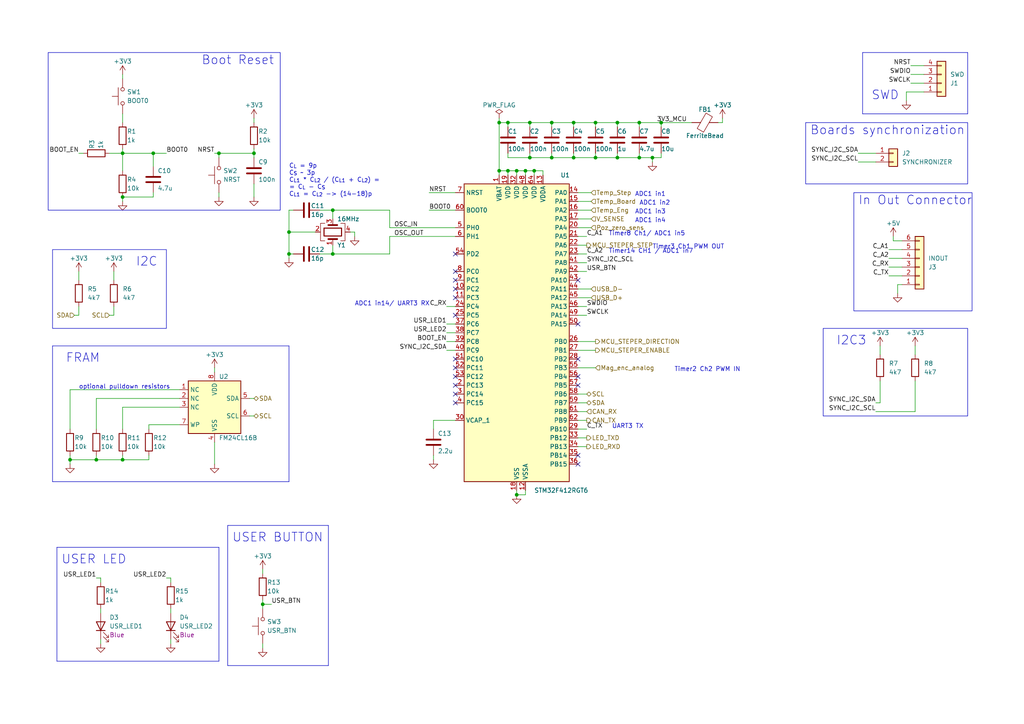
<source format=kicad_sch>
(kicad_sch (version 20230121) (generator eeschema)
  (paper "A4")
  (title_block (title "STM32 MCU") (date "2023-12-25") (rev "0.1") (company "Patryk Dudziński"))
  (lib_symbols
    (symbol "Connector_Generic:Conn_01x02" (pin_names (offset 1.016) hide)
      (property "Reference" "J" (at 0 2.54 0))
      (property "Value" "Conn_01x02" (at 0 -5.08 0))
      (symbol "Conn_01x02_1_1"
        (rectangle (start -1.27 -2.413) (end 0 -2.667) (stroke (width 0.1524)))
        (rectangle (start -1.27 0.127) (end 0 -0.127) (stroke (width 0.1524)))
        (rectangle (start -1.27 1.27) (end 1.27 -3.81) (stroke (width 0.254)) (fill (type background)))
        (pin passive line (at -5.08 0 0) (length 3.81) (name "Pin_1") (number "1"))
        (pin passive line (at -5.08 -2.54 0) (length 3.81) (name "Pin_2") (number "2"))
      )
    )
    (symbol "Connector_Generic:Conn_01x04" (pin_names (offset 1.016) hide)
      (property "Reference" "J" (at 0 5.08 0))
      (property "Value" "Conn_01x04" (at 0 -7.62 0))
      (symbol "Conn_01x04_1_1"
        (rectangle (start -1.27 -4.953) (end 0 -5.207) (stroke (width 0.1524)))
        (rectangle (start -1.27 -2.413) (end 0 -2.667) (stroke (width 0.1524)))
        (rectangle (start -1.27 0.127) (end 0 -0.127) (stroke (width 0.1524)))
        (rectangle (start -1.27 2.667) (end 0 2.413) (stroke (width 0.1524)))
        (rectangle (start -1.27 3.81) (end 1.27 -6.35) (stroke (width 0.254)) (fill (type background)))
        (pin passive line (at -5.08 2.54 0) (length 3.81) (name "Pin_1") (number "1"))
        (pin passive line (at -5.08 0 0) (length 3.81) (name "Pin_2") (number "2"))
        (pin passive line (at -5.08 -2.54 0) (length 3.81) (name "Pin_3") (number "3"))
        (pin passive line (at -5.08 -5.08 0) (length 3.81) (name "Pin_4") (number "4"))
      )
    )
    (symbol "Connector_Generic:Conn_01x06" (pin_names (offset 1.016) hide)
      (property "Reference" "J" (at 0 7.62 0))
      (property "Value" "Conn_01x06" (at 0 -10.16 0))
      (symbol "Conn_01x06_1_1"
        (rectangle (start -1.27 -7.493) (end 0 -7.747) (stroke (width 0.1524)))
        (rectangle (start -1.27 -4.953) (end 0 -5.207) (stroke (width 0.1524)))
        (rectangle (start -1.27 -2.413) (end 0 -2.667) (stroke (width 0.1524)))
        (rectangle (start -1.27 0.127) (end 0 -0.127) (stroke (width 0.1524)))
        (rectangle (start -1.27 2.667) (end 0 2.413) (stroke (width 0.1524)))
        (rectangle (start -1.27 5.207) (end 0 4.953) (stroke (width 0.1524)))
        (rectangle (start -1.27 6.35) (end 1.27 -8.89) (stroke (width 0.254)) (fill (type background)))
        (pin passive line (at -5.08 5.08 0) (length 3.81) (name "Pin_1") (number "1"))
        (pin passive line (at -5.08 2.54 0) (length 3.81) (name "Pin_2") (number "2"))
        (pin passive line (at -5.08 0 0) (length 3.81) (name "Pin_3") (number "3"))
        (pin passive line (at -5.08 -2.54 0) (length 3.81) (name "Pin_4") (number "4"))
        (pin passive line (at -5.08 -5.08 0) (length 3.81) (name "Pin_5") (number "5"))
        (pin passive line (at -5.08 -7.62 0) (length 3.81) (name "Pin_6") (number "6"))
      )
    )
    (symbol "Device:C" (pin_numbers hide) (pin_names (offset 0.254))
      (property "Reference" "C" (at 0.635 2.54 0))
      (property "Value" "C" (at 0.635 -2.54 0))
      (symbol "C_0_1"
        (polyline (pts (xy -2.032 -0.762) (xy 2.032 -0.762)) (stroke (width 0.508)))
        (polyline (pts (xy -2.032 0.762) (xy 2.032 0.762)) (stroke (width 0.508)))
      )
      (symbol "C_1_1"
        (pin passive line (at 0 3.81 270) (length 2.794) (name "~") (number "1"))
        (pin passive line (at 0 -3.81 90) (length 2.794) (name "~") (number "2"))
      )
    )
    (symbol "Device:Crystal_GND24" (pin_names (offset 1.016) hide)
      (property "Reference" "Y" (at 3.175 5.08 0))
      (property "Value" "Crystal_GND24" (at 3.175 3.175 0))
      (symbol "Crystal_GND24_0_1"
        (rectangle (start -1.143 2.54) (end 1.143 -2.54) (stroke (width 0.3048)))
        (polyline (pts (xy -2.54 0) (xy -2.032 0)))
        (polyline (pts (xy -2.032 -1.27) (xy -2.032 1.27)) (stroke (width 0.508)))
        (polyline (pts (xy 0 -3.81) (xy 0 -3.556)))
        (polyline (pts (xy 0 3.556) (xy 0 3.81)))
        (polyline (pts (xy 2.032 -1.27) (xy 2.032 1.27)) (stroke (width 0.508)))
        (polyline (pts (xy 2.032 0) (xy 2.54 0)))
        (polyline (pts (xy -2.54 -2.286) (xy -2.54 -3.556) (xy 2.54 -3.556) (xy 2.54 -2.286)))
        (polyline (pts (xy -2.54 2.286) (xy -2.54 3.556) (xy 2.54 3.556) (xy 2.54 2.286)))
      )
      (symbol "Crystal_GND24_1_1"
        (pin passive line (at -3.81 0 0) (length 1.27) (name "1") (number "1"))
        (pin passive line (at 0 5.08 270) (length 1.27) (name "2") (number "2"))
        (pin passive line (at 3.81 0 180) (length 1.27) (name "3") (number "3"))
        (pin passive line (at 0 -5.08 90) (length 1.27) (name "4") (number "4"))
      )
    )
    (symbol "Device:FerriteBead" (pin_numbers hide) (pin_names (offset 0))
      (property "Reference" "FB" (at -3.81 0.635 90))
      (property "Value" "FerriteBead" (at 3.81 0 90))
      (symbol "FerriteBead_0_1"
        (polyline (pts (xy 0 -1.27) (xy 0 -1.2192)))
        (polyline (pts (xy 0 1.27) (xy 0 1.2954)))
        (polyline (pts (xy -2.7686 0.4064) (xy -1.7018 2.2606) (xy 2.7686 -0.3048) (xy 1.6764 -2.159) (xy -2.7686 0.4064)))
      )
      (symbol "FerriteBead_1_1"
        (pin passive line (at 0 3.81 270) (length 2.54) (name "~") (number "1"))
        (pin passive line (at 0 -3.81 90) (length 2.54) (name "~") (number "2"))
      )
    )
    (symbol "Device:LED" (pin_numbers hide) (pin_names (offset 1.016) hide)
      (property "Reference" "D" (at 0 2.54 0))
      (property "Value" "LED" (at 0 -2.54 0))
      (symbol "LED_0_1"
        (polyline (pts (xy -1.27 -1.27) (xy -1.27 1.27)) (stroke (width 0.254)))
        (polyline (pts (xy -1.27 0) (xy 1.27 0)))
        (polyline (pts (xy 1.27 -1.27) (xy 1.27 1.27) (xy -1.27 0) (xy 1.27 -1.27)) (stroke (width 0.254)))
        (polyline (pts (xy -3.048 -0.762) (xy -4.572 -2.286) (xy -3.81 -2.286) (xy -4.572 -2.286) (xy -4.572 -1.524)))
        (polyline (pts (xy -1.778 -0.762) (xy -3.302 -2.286) (xy -2.54 -2.286) (xy -3.302 -2.286) (xy -3.302 -1.524)))
      )
      (symbol "LED_1_1"
        (pin passive line (at -3.81 0 0) (length 2.54) (name "K") (number "1"))
        (pin passive line (at 3.81 0 180) (length 2.54) (name "A") (number "2"))
      )
    )
    (symbol "Device:R" (pin_numbers hide) (pin_names (offset 0))
      (property "Reference" "R" (at 2.032 0 90))
      (property "Value" "R" (at 0 0 90))
      (symbol "R_0_1"
        (rectangle (start -1.016 -2.54) (end 1.016 2.54) (stroke (width 0.254)))
      )
      (symbol "R_1_1"
        (pin passive line (at 0 3.81 270) (length 1.27) (name "~") (number "1"))
        (pin passive line (at 0 -3.81 90) (length 1.27) (name "~") (number "2"))
      )
    )
    (symbol "GND_1" (power) (pin_names (offset 0))
      (property "Value" "GND_1" (at 0 -3.81 0))
      (symbol "GND_1_0_1"
        (polyline (pts (xy 0 0) (xy 0 -1.27) (xy 1.27 -1.27) (xy 0 -2.54) (xy -1.27 -1.27) (xy 0 -1.27)))
      )
      (symbol "GND_1_1_1"
        (pin power_in line (at 0 0 270) (length 0) hide (name "GND") (number "1"))
      )
    )
    (symbol "MCU_ST_STM32F4:STM32F412RGTx"
      (property "Reference" "U" (at -15.24 44.45 0))
      (property "Value" "STM32F412RGTx" (at 10.16 44.45 0))
      (symbol "STM32F412RGTx_0_1"
        (rectangle (start -15.24 -43.18) (end 15.24 43.18) (stroke (width 0.254)) (fill (type background)))
      )
      (symbol "STM32F412RGTx_1_1"
        (pin power_in line (at -5.08 45.72 270) (length 2.54) (name "VBAT") (number "1"))
        (pin bidirectional line (at -17.78 12.7 0) (length 2.54) (name "PC2") (number "10"))
        (pin bidirectional line (at -17.78 10.16 0) (length 2.54) (name "PC3") (number "11"))
        (pin power_in line (at 2.54 -45.72 90) (length 2.54) (name "VSSA") (number "12"))
        (pin power_in line (at 7.62 45.72 270) (length 2.54) (name "VDDA") (number "13"))
        (pin bidirectional line (at 17.78 40.64 180) (length 2.54) (name "PA0") (number "14"))
        (pin bidirectional line (at 17.78 38.1 180) (length 2.54) (name "PA1") (number "15"))
        (pin bidirectional line (at 17.78 35.56 180) (length 2.54) (name "PA2") (number "16"))
        (pin bidirectional line (at 17.78 33.02 180) (length 2.54) (name "PA3") (number "17"))
        (pin power_in line (at 0 -45.72 90) (length 2.54) (name "VSS") (number "18"))
        (pin power_in line (at -2.54 45.72 270) (length 2.54) (name "VDD") (number "19"))
        (pin bidirectional line (at -17.78 -15.24 0) (length 2.54) (name "PC13") (number "2"))
        (pin bidirectional line (at 17.78 30.48 180) (length 2.54) (name "PA4") (number "20"))
        (pin bidirectional line (at 17.78 27.94 180) (length 2.54) (name "PA5") (number "21"))
        (pin bidirectional line (at 17.78 25.4 180) (length 2.54) (name "PA6") (number "22"))
        (pin bidirectional line (at 17.78 22.86 180) (length 2.54) (name "PA7") (number "23"))
        (pin bidirectional line (at -17.78 7.62 0) (length 2.54) (name "PC4") (number "24"))
        (pin bidirectional line (at -17.78 5.08 0) (length 2.54) (name "PC5") (number "25"))
        (pin bidirectional line (at 17.78 -2.54 180) (length 2.54) (name "PB0") (number "26"))
        (pin bidirectional line (at 17.78 -5.08 180) (length 2.54) (name "PB1") (number "27"))
        (pin bidirectional line (at 17.78 -7.62 180) (length 2.54) (name "PB2") (number "28"))
        (pin bidirectional line (at 17.78 -27.94 180) (length 2.54) (name "PB10") (number "29"))
        (pin bidirectional line (at -17.78 -17.78 0) (length 2.54) (name "PC14") (number "3"))
        (pin power_out line (at -17.78 -25.4 0) (length 2.54) (name "VCAP_1") (number "30"))
        (pin passive line (at 0 -45.72 90) (length 2.54) hide (name "VSS") (number "31"))
        (pin power_in line (at 0 45.72 270) (length 2.54) (name "VDD") (number "32"))
        (pin bidirectional line (at 17.78 -30.48 180) (length 2.54) (name "PB12") (number "33"))
        (pin bidirectional line (at 17.78 -33.02 180) (length 2.54) (name "PB13") (number "34"))
        (pin bidirectional line (at 17.78 -35.56 180) (length 2.54) (name "PB14") (number "35"))
        (pin bidirectional line (at 17.78 -38.1 180) (length 2.54) (name "PB15") (number "36"))
        (pin bidirectional line (at -17.78 2.54 0) (length 2.54) (name "PC6") (number "37"))
        (pin bidirectional line (at -17.78 0 0) (length 2.54) (name "PC7") (number "38"))
        (pin bidirectional line (at -17.78 -2.54 0) (length 2.54) (name "PC8") (number "39"))
        (pin bidirectional line (at -17.78 -20.32 0) (length 2.54) (name "PC15") (number "4"))
        (pin bidirectional line (at -17.78 -5.08 0) (length 2.54) (name "PC9") (number "40"))
        (pin bidirectional line (at 17.78 20.32 180) (length 2.54) (name "PA8") (number "41"))
        (pin bidirectional line (at 17.78 17.78 180) (length 2.54) (name "PA9") (number "42"))
        (pin bidirectional line (at 17.78 15.24 180) (length 2.54) (name "PA10") (number "43"))
        (pin bidirectional line (at 17.78 12.7 180) (length 2.54) (name "PA11") (number "44"))
        (pin bidirectional line (at 17.78 10.16 180) (length 2.54) (name "PA12") (number "45"))
        (pin bidirectional line (at 17.78 7.62 180) (length 2.54) (name "PA13") (number "46"))
        (pin passive line (at 0 -45.72 90) (length 2.54) hide (name "VSS") (number "47"))
        (pin power_in line (at 2.54 45.72 270) (length 2.54) (name "VDD") (number "48"))
        (pin bidirectional line (at 17.78 5.08 180) (length 2.54) (name "PA14") (number "49"))
        (pin bidirectional line (at -17.78 30.48 0) (length 2.54) (name "PH0") (number "5"))
        (pin bidirectional line (at 17.78 2.54 180) (length 2.54) (name "PA15") (number "50"))
        (pin bidirectional line (at -17.78 -7.62 0) (length 2.54) (name "PC10") (number "51"))
        (pin bidirectional line (at -17.78 -10.16 0) (length 2.54) (name "PC11") (number "52"))
        (pin bidirectional line (at -17.78 -12.7 0) (length 2.54) (name "PC12") (number "53"))
        (pin bidirectional line (at -17.78 22.86 0) (length 2.54) (name "PD2") (number "54"))
        (pin bidirectional line (at 17.78 -10.16 180) (length 2.54) (name "PB3") (number "55"))
        (pin bidirectional line (at 17.78 -12.7 180) (length 2.54) (name "PB4") (number "56"))
        (pin bidirectional line (at 17.78 -15.24 180) (length 2.54) (name "PB5") (number "57"))
        (pin bidirectional line (at 17.78 -17.78 180) (length 2.54) (name "PB6") (number "58"))
        (pin bidirectional line (at 17.78 -20.32 180) (length 2.54) (name "PB7") (number "59"))
        (pin bidirectional line (at -17.78 27.94 0) (length 2.54) (name "PH1") (number "6"))
        (pin input line (at -17.78 35.56 0) (length 2.54) (name "BOOT0") (number "60"))
        (pin bidirectional line (at 17.78 -22.86 180) (length 2.54) (name "PB8") (number "61"))
        (pin bidirectional line (at 17.78 -25.4 180) (length 2.54) (name "PB9") (number "62"))
        (pin passive line (at 0 -45.72 90) (length 2.54) hide (name "VSS") (number "63"))
        (pin power_in line (at 5.08 45.72 270) (length 2.54) (name "VDD") (number "64"))
        (pin input line (at -17.78 40.64 0) (length 2.54) (name "NRST") (number "7"))
        (pin bidirectional line (at -17.78 17.78 0) (length 2.54) (name "PC0") (number "8"))
        (pin bidirectional line (at -17.78 15.24 0) (length 2.54) (name "PC1") (number "9"))
      )
    )
    (symbol "Switch:SW_Push" (pin_numbers hide) (pin_names (offset 1.016) hide)
      (property "Reference" "SW" (at 1.27 2.54 0))
      (property "Value" "SW_Push" (at 0 -1.524 0))
      (symbol "SW_Push_0_1"
        (circle (center -2.032 0) (radius 0.508))
        (polyline (pts (xy 0 1.27) (xy 0 3.048)))
        (polyline (pts (xy 2.54 1.27) (xy -2.54 1.27)))
        (circle (center 2.032 0) (radius 0.508))
        (pin passive line (at -5.08 0 0) (length 2.54) (name "1") (number "1"))
        (pin passive line (at 5.08 0 180) (length 2.54) (name "2") (number "2"))
      )
    )
    (symbol "custom_symbols:FM24CL16B"
      (property "Reference" "U" (at 6.35 11.43 0))
      (property "Value" "FM24CL16B" (at 6.35 8.89 0))
      (symbol "FM24CL16B_0_1"
        (rectangle (start -7.62 7.62) (end 7.62 -7.62) (stroke (width 0.254)) (fill (type background)))
      )
      (symbol "FM24CL16B_1_1"
        (pin unspecified line (at -10.16 5.08 0) (length 2.54) (name "NC") (number "1"))
        (pin unspecified line (at -10.16 2.54 0) (length 2.54) (name "NC") (number "2"))
        (pin unspecified line (at -10.16 0 0) (length 2.54) (name "NC") (number "3"))
        (pin power_in line (at 0 -10.16 90) (length 2.54) (name "VSS") (number "4"))
        (pin bidirectional line (at 10.16 2.54 180) (length 2.54) (name "SDA") (number "5"))
        (pin input line (at 10.16 -2.54 180) (length 2.54) (name "SCL") (number "6"))
        (pin input line (at -10.16 -5.08 0) (length 2.54) (name "WP") (number "7"))
        (pin power_in line (at 0 10.16 270) (length 2.54) (name "VDD") (number "8"))
      )
    )
    (symbol "power:+3V3" (power) (pin_names (offset 0))
      (property "Value" "+3V3" (at 0 3.556 0))
      (symbol "+3V3_0_1"
        (polyline (pts (xy -0.762 1.27) (xy 0 2.54)))
        (polyline (pts (xy 0 0) (xy 0 2.54)))
        (polyline (pts (xy 0 2.54) (xy 0.762 1.27)))
      )
      (symbol "+3V3_1_1"
        (pin power_in line (at 0 0 90) (length 0) hide (name "+3V3") (number "1"))
      )
    )
    (symbol "power:+5V" (power) (pin_names (offset 0))
      (property "Value" "+5V" (at 0 3.556 0))
      (symbol "+5V_0_1"
        (polyline (pts (xy -0.762 1.27) (xy 0 2.54)))
        (polyline (pts (xy 0 0) (xy 0 2.54)))
        (polyline (pts (xy 0 2.54) (xy 0.762 1.27)))
      )
      (symbol "+5V_1_1"
        (pin power_in line (at 0 0 90) (length 0) hide (name "+5V") (number "1"))
      )
    )
    (symbol "power:GND" (power) (pin_names (offset 0))
      (property "Value" "GND" (at 0 -3.81 0))
      (symbol "GND_0_1"
        (polyline (pts (xy 0 0) (xy 0 -1.27) (xy 1.27 -1.27) (xy 0 -2.54) (xy -1.27 -1.27) (xy 0 -1.27)))
      )
      (symbol "GND_1_1"
        (pin power_in line (at 0 0 270) (length 0) hide (name "GND") (number "1"))
      )
    )
    (symbol "power:PWR_FLAG" (power) (pin_numbers hide) (pin_names (offset 0) hide)
      (property "Value" "PWR_FLAG" (at 0 3.81 0))
      (symbol "PWR_FLAG_0_0"
        (pin power_out line (at 0 0 90) (length 0) (name "pwr") (number "1"))
      )
      (symbol "PWR_FLAG_0_1"
        (polyline (pts (xy 0 0) (xy 0 1.27) (xy -1.016 1.905) (xy 0 2.54) (xy 1.016 1.905) (xy 0 1.27)))
      )
    )
  )
  (junction (at 63.5 44.45))
  (junction (at 35.56 133.35))
  (junction (at 172.72 45.72))
  (junction (at 147.32 35.56))
  (junction (at 149.86 49.53))
  (junction (at 83.82 73.66))
  (junction (at 189.23 45.72))
  (junction (at 191.77 35.56))
  (junction (at 35.56 44.45))
  (junction (at 153.67 35.56))
  (junction (at 149.86 143.51))
  (junction (at 185.42 45.72))
  (junction (at 96.52 73.66))
  (junction (at 144.78 35.56))
  (junction (at 160.02 45.72))
  (junction (at 35.56 57.15))
  (junction (at 172.72 35.56))
  (junction (at 144.78 49.53))
  (junction (at 166.37 45.72))
  (junction (at 44.45 44.45))
  (junction (at 76.2 175.26))
  (junction (at 20.32 133.35))
  (junction (at 152.4 49.53))
  (junction (at 147.32 49.53))
  (junction (at 154.94 49.53))
  (junction (at 160.02 35.56))
  (junction (at 83.82 67.31))
  (junction (at 166.37 35.56))
  (junction (at 179.07 35.56))
  (junction (at 185.42 35.56))
  (junction (at 96.52 60.96))
  (junction (at 153.67 45.72))
  (junction (at 179.07 45.72))
  (junction (at 27.94 133.35))
  (junction (at 73.66 44.45))
  (no_connect (at 132.08 86.36))
  (no_connect (at 132.08 81.28))
  (no_connect (at 132.08 91.44))
  (no_connect (at 167.64 104.14))
  (no_connect (at 132.08 109.22))
  (no_connect (at 132.08 114.3))
  (no_connect (at 167.64 134.62))
  (no_connect (at 167.64 111.76))
  (no_connect (at 132.08 73.66))
  (no_connect (at 132.08 111.76))
  (no_connect (at 167.64 93.98))
  (no_connect (at 132.08 78.74))
  (no_connect (at 132.08 83.82))
  (no_connect (at 167.64 132.08))
  (no_connect (at 132.08 116.84))
  (no_connect (at 167.64 109.22))
  (no_connect (at 132.08 106.68))
  (no_connect (at 132.08 104.14))
  (no_connect (at 167.64 81.28))
  (wire (pts (xy 73.66 35.56) (xy 73.66 34.29)))
  (wire (pts (xy 166.37 35.56) (xy 172.72 35.56)))
  (wire (pts (xy 113.03 68.58) (xy 132.08 68.58)))
  (wire (pts (xy 167.64 106.68) (xy 172.72 106.68)))
  (wire (pts (xy 166.37 45.72) (xy 172.72 45.72)))
  (polyline (pts (xy 16.51 191.77) (xy 63.5 191.77)))
  (wire (pts (xy 166.37 44.45) (xy 166.37 45.72)))
  (wire (pts (xy 261.62 82.55) (xy 260.35 82.55)))
  (wire (pts (xy 179.07 35.56) (xy 185.42 35.56)))
  (wire (pts (xy 62.23 128.27) (xy 62.23 134.62)))
  (wire (pts (xy 265.43 110.49) (xy 265.43 119.38)))
  (wire (pts (xy 191.77 35.56) (xy 200.66 35.56)))
  (wire (pts (xy 48.26 167.64) (xy 49.53 167.64)))
  (wire (pts (xy 167.64 101.6) (xy 172.72 101.6)))
  (wire (pts (xy 260.35 82.55) (xy 260.35 85.09)))
  (wire (pts (xy 129.54 96.52) (xy 132.08 96.52)))
  (wire (pts (xy 149.86 49.53) (xy 147.32 49.53)))
  (wire (pts (xy 129.54 101.6) (xy 132.08 101.6)))
  (wire (pts (xy 160.02 35.56) (xy 160.02 36.83)))
  (wire (pts (xy 147.32 45.72) (xy 153.67 45.72)))
  (wire (pts (xy 265.43 100.33) (xy 265.43 102.87)))
  (wire (pts (xy 31.75 44.45) (xy 35.56 44.45)))
  (polyline (pts (xy 83.82 100.33) (xy 83.82 139.7)))
  (wire (pts (xy 44.45 55.88) (xy 44.45 57.15)))
  (wire (pts (xy 167.64 58.42) (xy 171.45 58.42)))
  (wire (pts (xy 43.18 133.35) (xy 43.18 132.08)))
  (wire (pts (xy 144.78 49.53) (xy 147.32 49.53)))
  (wire (pts (xy 129.54 88.9) (xy 132.08 88.9)))
  (wire (pts (xy 254 116.84) (xy 255.27 116.84)))
  (wire (pts (xy 154.94 49.53) (xy 152.4 49.53)))
  (wire (pts (xy 85.09 60.96) (xy 83.82 60.96)))
  (wire (pts (xy 153.67 44.45) (xy 153.67 45.72)))
  (wire (pts (xy 125.73 121.92) (xy 132.08 121.92)))
  (wire (pts (xy 254 119.38) (xy 265.43 119.38)))
  (wire (pts (xy 185.42 35.56) (xy 191.77 35.56)))
  (wire (pts (xy 83.82 73.66) (xy 85.09 73.66)))
  (wire (pts (xy 52.07 113.03) (xy 20.32 113.03)))
  (wire (pts (xy 167.64 121.92) (xy 170.18 121.92)))
  (polyline (pts (xy 16.51 191.77) (xy 16.51 158.75)))
  (wire (pts (xy 248.92 44.45) (xy 254 44.45)))
  (wire (pts (xy 147.32 35.56) (xy 153.67 35.56)))
  (wire (pts (xy 167.64 129.54) (xy 170.18 129.54)))
  (wire (pts (xy 113.03 73.66) (xy 96.52 73.66)))
  (wire (pts (xy 22.86 88.9) (xy 22.86 91.44)))
  (wire (pts (xy 73.66 43.18) (xy 73.66 44.45)))
  (wire (pts (xy 172.72 44.45) (xy 172.72 45.72)))
  (wire (pts (xy 248.92 46.99) (xy 254 46.99)))
  (wire (pts (xy 167.64 99.06) (xy 172.72 99.06)))
  (wire (pts (xy 20.32 133.35) (xy 20.32 134.62)))
  (wire (pts (xy 49.53 185.42) (xy 49.53 186.69)))
  (wire (pts (xy 257.81 77.47) (xy 261.62 77.47)))
  (wire (pts (xy 129.54 93.98) (xy 132.08 93.98)))
  (wire (pts (xy 147.32 35.56) (xy 147.32 36.83)))
  (wire (pts (xy 154.94 50.8) (xy 154.94 49.53)))
  (wire (pts (xy 167.64 55.88) (xy 171.45 55.88)))
  (wire (pts (xy 153.67 45.72) (xy 160.02 45.72)))
  (wire (pts (xy 113.03 68.58) (xy 113.03 73.66)))
  (wire (pts (xy 52.07 118.11) (xy 35.56 118.11)))
  (wire (pts (xy 76.2 175.26) (xy 78.74 175.26)))
  (wire (pts (xy 144.78 34.29) (xy 144.78 35.56)))
  (wire (pts (xy 63.5 44.45) (xy 63.5 45.72)))
  (wire (pts (xy 124.46 55.88) (xy 132.08 55.88)))
  (wire (pts (xy 149.86 143.51) (xy 152.4 143.51)))
  (wire (pts (xy 160.02 35.56) (xy 166.37 35.56)))
  (polyline (pts (xy 280.67 15.24) (xy 280.67 33.02)))
  (wire (pts (xy 179.07 45.72) (xy 185.42 45.72)))
  (wire (pts (xy 160.02 44.45) (xy 160.02 45.72)))
  (wire (pts (xy 35.56 22.86) (xy 35.56 21.59)))
  (wire (pts (xy 262.89 26.67) (xy 262.89 29.21)))
  (wire (pts (xy 96.52 73.66) (xy 96.52 71.12)))
  (wire (pts (xy 20.32 133.35) (xy 27.94 133.35)))
  (wire (pts (xy 166.37 35.56) (xy 166.37 36.83)))
  (wire (pts (xy 185.42 35.56) (xy 185.42 36.83)))
  (wire (pts (xy 149.86 50.8) (xy 149.86 49.53)))
  (wire (pts (xy 22.86 91.44) (xy 21.59 91.44)))
  (wire (pts (xy 96.52 60.96) (xy 113.03 60.96)))
  (polyline (pts (xy 250.19 33.02) (xy 250.19 15.24)))
  (wire (pts (xy 20.32 113.03) (xy 20.32 124.46)))
  (wire (pts (xy 153.67 36.83) (xy 153.67 35.56)))
  (wire (pts (xy 73.66 53.34) (xy 73.66 57.15)))
  (wire (pts (xy 257.81 72.39) (xy 261.62 72.39)))
  (wire (pts (xy 149.86 142.24) (xy 149.86 143.51)))
  (wire (pts (xy 62.23 106.68) (xy 62.23 107.95)))
  (wire (pts (xy 154.94 49.53) (xy 157.48 49.53)))
  (wire (pts (xy 125.73 124.46) (xy 125.73 121.92)))
  (wire (pts (xy 129.54 99.06) (xy 132.08 99.06)))
  (wire (pts (xy 35.56 33.02) (xy 35.56 35.56)))
  (polyline (pts (xy 66.04 152.4) (xy 95.25 152.4)))
  (wire (pts (xy 35.56 57.15) (xy 35.56 58.42)))
  (wire (pts (xy 35.56 118.11) (xy 35.56 124.46)))
  (wire (pts (xy 261.62 69.85) (xy 259.08 69.85)))
  (wire (pts (xy 167.64 88.9) (xy 170.18 88.9)))
  (wire (pts (xy 144.78 35.56) (xy 144.78 49.53)))
  (wire (pts (xy 27.94 132.08) (xy 27.94 133.35)))
  (wire (pts (xy 172.72 35.56) (xy 179.07 35.56)))
  (wire (pts (xy 96.52 63.5) (xy 96.52 60.96)))
  (polyline (pts (xy 95.25 193.04) (xy 66.04 193.04)))
  (wire (pts (xy 152.4 142.24) (xy 152.4 143.51)))
  (wire (pts (xy 167.64 73.66) (xy 170.18 73.66)))
  (wire (pts (xy 172.72 35.56) (xy 172.72 36.83)))
  (wire (pts (xy 259.08 69.85) (xy 259.08 68.58)))
  (wire (pts (xy 167.64 114.3) (xy 170.18 114.3)))
  (wire (pts (xy 167.64 60.96) (xy 171.45 60.96)))
  (wire (pts (xy 72.39 120.65) (xy 73.66 120.65)))
  (wire (pts (xy 22.86 44.45) (xy 24.13 44.45)))
  (wire (pts (xy 167.64 91.44) (xy 170.18 91.44)))
  (wire (pts (xy 22.86 78.74) (xy 22.86 81.28)))
  (wire (pts (xy 113.03 66.04) (xy 132.08 66.04)))
  (wire (pts (xy 172.72 45.72) (xy 179.07 45.72)))
  (wire (pts (xy 157.48 50.8) (xy 157.48 49.53)))
  (wire (pts (xy 76.2 175.26) (xy 76.2 176.53)))
  (wire (pts (xy 179.07 35.56) (xy 179.07 36.83)))
  (wire (pts (xy 255.27 116.84) (xy 255.27 110.49)))
  (wire (pts (xy 153.67 35.56) (xy 160.02 35.56)))
  (wire (pts (xy 27.94 115.57) (xy 27.94 124.46)))
  (wire (pts (xy 83.82 60.96) (xy 83.82 67.31)))
  (wire (pts (xy 191.77 45.72) (xy 189.23 45.72)))
  (wire (pts (xy 92.71 73.66) (xy 96.52 73.66)))
  (wire (pts (xy 167.64 68.58) (xy 170.18 68.58)))
  (wire (pts (xy 49.53 167.64) (xy 49.53 168.91)))
  (wire (pts (xy 264.16 19.05) (xy 267.97 19.05)))
  (wire (pts (xy 144.78 35.56) (xy 147.32 35.56)))
  (wire (pts (xy 31.75 91.44) (xy 33.02 91.44)))
  (wire (pts (xy 113.03 60.96) (xy 113.03 66.04)))
  (wire (pts (xy 209.55 35.56) (xy 208.28 35.56)))
  (wire (pts (xy 191.77 35.56) (xy 191.77 36.83)))
  (polyline (pts (xy 15.24 100.33) (xy 83.82 100.33)))
  (wire (pts (xy 44.45 57.15) (xy 35.56 57.15)))
  (wire (pts (xy 76.2 186.69) (xy 76.2 187.96)))
  (wire (pts (xy 63.5 55.88) (xy 63.5 57.15)))
  (wire (pts (xy 255.27 100.33) (xy 255.27 102.87)))
  (wire (pts (xy 125.73 133.35) (xy 125.73 132.08)))
  (wire (pts (xy 152.4 50.8) (xy 152.4 49.53)))
  (polyline (pts (xy 63.5 158.75) (xy 63.5 191.77)))
  (wire (pts (xy 63.5 44.45) (xy 73.66 44.45)))
  (wire (pts (xy 62.23 44.45) (xy 63.5 44.45)))
  (wire (pts (xy 35.56 44.45) (xy 35.56 49.53)))
  (polyline (pts (xy 250.19 15.24) (xy 280.67 15.24)))
  (wire (pts (xy 72.39 115.57) (xy 73.66 115.57)))
  (wire (pts (xy 257.81 80.01) (xy 261.62 80.01)))
  (wire (pts (xy 35.56 133.35) (xy 43.18 133.35)))
  (wire (pts (xy 257.81 74.93) (xy 261.62 74.93)))
  (wire (pts (xy 44.45 48.26) (xy 44.45 44.45)))
  (wire (pts (xy 29.21 185.42) (xy 29.21 186.69)))
  (wire (pts (xy 264.16 21.59) (xy 267.97 21.59)))
  (wire (pts (xy 191.77 44.45) (xy 191.77 45.72)))
  (polyline (pts (xy 16.51 158.75) (xy 63.5 158.75)))
  (wire (pts (xy 29.21 167.64) (xy 29.21 168.91)))
  (wire (pts (xy 33.02 78.74) (xy 33.02 81.28)))
  (wire (pts (xy 52.07 115.57) (xy 27.94 115.57)))
  (polyline (pts (xy 250.19 33.02) (xy 280.67 33.02)))
  (wire (pts (xy 83.82 73.66) (xy 83.82 74.93)))
  (wire (pts (xy 147.32 49.53) (xy 147.32 50.8)))
  (polyline (pts (xy 83.82 139.7) (xy 15.24 139.7)))
  (wire (pts (xy 92.71 60.96) (xy 96.52 60.96)))
  (wire (pts (xy 27.94 167.64) (xy 29.21 167.64)))
  (wire (pts (xy 20.32 132.08) (xy 20.32 133.35)))
  (wire (pts (xy 167.64 71.12) (xy 170.18 71.12)))
  (wire (pts (xy 167.64 127) (xy 170.18 127)))
  (wire (pts (xy 267.97 26.67) (xy 262.89 26.67)))
  (wire (pts (xy 167.64 86.36) (xy 171.45 86.36)))
  (polyline (pts (xy 66.04 152.4) (xy 66.04 193.04)))
  (wire (pts (xy 124.46 60.96) (xy 132.08 60.96)))
  (wire (pts (xy 185.42 45.72) (xy 189.23 45.72)))
  (wire (pts (xy 167.64 63.5) (xy 171.45 63.5)))
  (wire (pts (xy 167.64 76.2) (xy 170.18 76.2)))
  (wire (pts (xy 83.82 67.31) (xy 83.82 73.66)))
  (polyline (pts (xy 15.24 100.33) (xy 15.24 139.7)))
  (wire (pts (xy 35.56 132.08) (xy 35.56 133.35)))
  (polyline (pts (xy 95.25 152.4) (xy 95.25 193.04)))
  (wire (pts (xy 35.56 133.35) (xy 27.94 133.35)))
  (wire (pts (xy 101.6 67.31) (xy 102.87 67.31)))
  (wire (pts (xy 29.21 176.53) (xy 29.21 177.8)))
  (wire (pts (xy 33.02 88.9) (xy 33.02 91.44)))
  (wire (pts (xy 43.18 123.19) (xy 43.18 124.46)))
  (wire (pts (xy 160.02 45.72) (xy 166.37 45.72)))
  (wire (pts (xy 102.87 67.31) (xy 102.87 68.58)))
  (wire (pts (xy 152.4 49.53) (xy 149.86 49.53)))
  (wire (pts (xy 76.2 173.99) (xy 76.2 175.26)))
  (wire (pts (xy 76.2 165.1) (xy 76.2 166.37)))
  (wire (pts (xy 179.07 44.45) (xy 179.07 45.72)))
  (wire (pts (xy 44.45 44.45) (xy 35.56 44.45)))
  (wire (pts (xy 73.66 44.45) (xy 73.66 45.72)))
  (wire (pts (xy 144.78 50.8) (xy 144.78 49.53)))
  (wire (pts (xy 83.82 67.31) (xy 91.44 67.31)))
  (wire (pts (xy 185.42 44.45) (xy 185.42 45.72)))
  (wire (pts (xy 170.18 124.46) (xy 167.64 124.46)))
  (wire (pts (xy 147.32 44.45) (xy 147.32 45.72)))
  (wire (pts (xy 43.18 123.19) (xy 52.07 123.19)))
  (wire (pts (xy 167.64 116.84) (xy 170.18 116.84)))
  (wire (pts (xy 35.56 43.18) (xy 35.56 44.45)))
  (wire (pts (xy 49.53 176.53) (xy 49.53 177.8)))
  (wire (pts (xy 44.45 44.45) (xy 48.26 44.45)))
  (wire (pts (xy 167.64 66.04) (xy 171.45 66.04)))
  (wire (pts (xy 167.64 119.38) (xy 170.18 119.38)))
  (wire (pts (xy 209.55 34.29) (xy 209.55 35.56)))
  (wire (pts (xy 264.16 24.13) (xy 267.97 24.13)))
  (wire (pts (xy 189.23 45.72) (xy 189.23 46.99)))
  (wire (pts (xy 167.64 83.82) (xy 171.45 83.82)))
  (wire (pts (xy 167.64 78.74) (xy 170.18 78.74)))
  (rectangle (start 247.65 55.88) (end 281.94 90.17))
  (rectangle (start 15.24 72.39) (end 48.26 95.25))
  (rectangle (start 238.76 95.25) (end 280.67 120.65))
  (rectangle (start 233.68 35.56) (end 280.67 53.34))
  (rectangle (start 13.97 15.24) (end 81.28 60.96))
  (text "UART3 TX" (at 186.69 124.46 0) (effects (font (size 1.27 1.27)) (justify right bottom)))
  (text "FRAM" (at 19.05 105.41 0) (effects (font (size 2.54 2.54)) (justify left bottom)))
  (text "Timer2 Ch2 PWM IN" (at 195.58 107.95 0) (effects (font (size 1.27 1.27)) (justify left bottom)))
  (text "Timer3 Ch1 PWM OUT" (at 189.23 72.39 0) (effects (font (size 1.27 1.27)) (justify left bottom)))
  (text "C_{L} = 9p\nC_{S} ~ 3p\nC_{L1} * C_{L2} / (C_{L1} + C_{L2}) =\n= C_{L} - C_{S}\nC_{L1} = C_{L2} -> (14-18)p" (at 83.82 57.15 0) (effects (font (size 1.27 1.27)) (justify left bottom)))
  (text "In Out Connector" (at 248.92 59.69 0) (effects (font (size 2.54 2.54)) (justify left bottom)))
  (text "optional pulldown resistors" (at 22.86 113.03 0) (effects (font (size 1.27 1.27)) (justify left bottom)))
  (text "I2C3" (at 242.57 100.33 0) (effects (font (size 2.54 2.54)) (justify left bottom)))
  (text "Boot Reset" (at 58.42 19.05 0) (effects (font (size 2.54 2.54)) (justify left bottom)))
  (text "ADC1 in3" (at 184.15 62.23 0) (effects (font (size 1.27 1.27)) (justify left bottom)))
  (text "Timer14 CH1 / ADC1 in7" (at 176.53 73.66 0) (effects (font (size 1.27 1.27)) (justify left bottom)))
  (text "SWD" (at 252.73 29.21 0) (effects (font (size 2.54 2.54)) (justify left bottom)))
  (text "USER LED" (at 17.78 163.83 0) (effects (font (size 2.54 2.54)) (justify left bottom)))
  (text "USER BUTTON" (at 67.31 157.48 0) (effects (font (size 2.54 2.54)) (justify left bottom)))
  (text "ADC1 in4" (at 184.15 64.77 0) (effects (font (size 1.27 1.27)) (justify left bottom)))
  (text "ADC1 in14/ UART3 RX" (at 102.87 88.9 0) (effects (font (size 1.27 1.27)) (justify left bottom)))
  (text "Timer8 Ch1/ ADC1 in5" (at 176.53 68.58 0) (effects (font (size 1.27 1.27)) (justify left bottom)))
  (text "ADC1 in1" (at 184.15 57.15 0) (effects (font (size 1.27 1.27)) (justify left bottom)))
  (text "ADC1 in2" (at 185.42 59.69 0) (effects (font (size 1.27 1.27)) (justify left bottom)))
  (text "I2C" (at 39.37 77.47 0) (effects (font (size 2.54 2.54)) (justify left bottom)))
  (text "Boards synchronization" (at 234.95 39.37 0) (effects (font (size 2.54 2.54)) (justify left bottom)))
  (label "USR_BTN" (at 78.74 175.26 0))
  (label "BOOT0" (at 48.26 44.45 0))
  (label "SYNC_I2C_SDA" (at 129.54 101.6 180))
  (label "OSC_IN" (at 114.3 66.04 0))
  (label "USR_BTN" (at 170.18 78.74 0))
  (label "C_TX" (at 257.81 80.01 180))
  (label "3V3_MCU" (at 190.5 35.56 0))
  (label "SWCLK" (at 170.18 91.44 0))
  (label "SYNC_I2C_SDA" (at 254 116.84 180))
  (label "SWDIO" (at 170.18 88.9 0))
  (label "SYNC_I2C_SCL" (at 170.18 76.2 0))
  (label "SYNC_I2C_SCL" (at 254 119.38 180))
  (label "NRST" (at 62.23 44.45 180))
  (label "SYNC_I2C_SCL" (at 248.92 46.99 180))
  (label "BOOT_EN" (at 129.54 99.06 180))
  (label "SWDIO" (at 264.16 21.59 180))
  (label "C_A1" (at 257.81 72.39 180))
  (label "C_TX" (at 170.18 124.46 0))
  (label "OSC_OUT" (at 114.3 68.58 0))
  (label "SYNC_I2C_SDA" (at 248.92 44.45 180))
  (label "C_RX" (at 257.81 77.47 180))
  (label "USR_LED1" (at 129.54 93.98 180))
  (label "NRST" (at 124.46 55.88 0))
  (label "C_A1" (at 170.18 68.58 0))
  (label "NRST" (at 264.16 19.05 180))
  (label "USR_LED2" (at 129.54 96.52 180))
  (label "C_RX" (at 129.54 88.9 180))
  (label "C_A2" (at 257.81 74.93 180))
  (label "BOOT_EN" (at 22.86 44.45 180))
  (label "USR_LED1" (at 27.94 167.64 180))
  (label "BOOT0" (at 124.46 60.96 0))
  (label "SWCLK" (at 264.16 24.13 180))
  (label "C_A2" (at 170.18 73.66 0))
  (label "USR_LED2" (at 48.26 167.64 180))
  (hierarchical_label "Poz_zero_sens" (shape input) (at 171.45 66.04 0))
  (hierarchical_label "SCL" (shape bidirectional) (at 170.18 114.3 0))
  (hierarchical_label "SCL" (shape input) (at 31.75 91.44 180))
  (hierarchical_label "LED_TXD" (shape output) (at 170.18 127 0))
  (hierarchical_label "MCU_STEPER_DIRECTION" (shape output) (at 172.72 99.06 0))
  (hierarchical_label "V_SENSE" (shape input) (at 171.45 63.5 0))
  (hierarchical_label "SDA" (shape bidirectional) (at 73.66 115.57 0))
  (hierarchical_label "Mag_enc_analog" (shape input) (at 172.72 106.68 0))
  (hierarchical_label "SDA" (shape input) (at 21.59 91.44 180))
  (hierarchical_label "MCU_STEPER_STEP" (shape output) (at 170.18 71.12 0))
  (hierarchical_label "Temp_Step" (shape input) (at 171.45 55.88 0))
  (hierarchical_label "CAN_RX" (shape input) (at 170.18 119.38 0))
  (hierarchical_label "Temp_Eng" (shape input) (at 171.45 60.96 0))
  (hierarchical_label "Temp_Board" (shape input) (at 171.45 58.42 0))
  (hierarchical_label "LED_RXD" (shape output) (at 170.18 129.54 0))
  (hierarchical_label "MCU_STEPER_ENABLE" (shape output) (at 172.72 101.6 0))
  (hierarchical_label "SDA" (shape bidirectional) (at 170.18 116.84 0))
  (hierarchical_label "CAN_TX" (shape output) (at 170.18 121.92 0))
  (hierarchical_label "SCL" (shape bidirectional) (at 73.66 120.65 0))
  (hierarchical_label "USB_D-" (shape input) (at 171.45 83.82 0))
  (hierarchical_label "USB_D+" (shape input) (at 171.45 86.36 0))
  (symbol (lib_id "Device:C") (at 125.73 128.27 0) (unit 1)
    (property "Reference" "C13" (at 127 125.73 0) (effects (justify left)))
    (property "Value" "2.2u" (at 127 130.81 0) (effects (justify left)))
    (property "Footprint" "Capacitor_SMD:C_0603_1608Metric" (effects hide))
  )
  (symbol (lib_id "Device:C") (at 153.67 40.64 0) (unit 1)
    (property "Reference" "C2" (at 153.67 38.1 0) (effects (justify left)))
    (property "Value" "100n" (at 153.67 43.18 0) (effects (justify left)))
    (property "Footprint" "Capacitor_SMD:C_0402_1005Metric" (effects hide))
    (instances (project "sdrac_board" (path "" (reference "C2") (unit 1))) (project "motor controller" (path "" (reference "C4") (unit 1))))
  )
  (symbol (lib_id "power:GND") (at 262.89 29.21 0) (unit 1)
    (property "Reference" "#PWR04" (effects hide))
    (property "Value" "GND" (effects hide))
    (instances (project "sdrac_board" (path "" (reference "#PWR04") (unit 1))) (project "motor controller" (path "" (reference "#PWR019") (unit 1))))
  )
  (symbol (lib_id "Connector_Generic:Conn_01x02") (at 259.08 44.45 0) (unit 1)
    (property "Reference" "J2" (at 261.62 44.45 0) (effects (justify left)))
    (property "Value" "SYNCHRONIZER" (at 261.62 46.99 0) (effects (justify left)))
    (property "Footprint" "Connector_JST:JST_XH_B2B-XH-A_1x02_P2.50mm_Vertical" (effects hide))
  )
  (symbol (lib_id "power:GND") (at 20.32 134.62 0) (unit 1)
    (property "Reference" "#PWR021" (effects hide))
    (property "Value" "GND" (effects hide))
    (instances (project "sdrac_board" (path "" (reference "#PWR021") (unit 1))) (project "motor controller" (path "" (reference "#PWR05") (unit 1))))
  )
  (symbol (lib_id "power:GND") (at 35.56 58.42 0) (unit 1)
    (property "Reference" "#PWR010" (effects hide))
    (property "Value" "GND" (effects hide))
    (instances (project "sdrac_board" (path "" (reference "#PWR010") (unit 1))) (project "motor controller" (path "" (reference "#PWR08") (unit 1))))
  )
  (symbol (lib_id "Device:R") (at 43.18 128.27 180) (unit 1)
    (property "Reference" "R12" (at 44.45 127 0) (effects (justify right)))
    (property "Value" "10k" (at 44.45 129.54 0) (effects (justify right)))
    (property "Footprint" "Resistor_SMD:R_0402_1005Metric" (effects hide))
    (instances (project "sdrac_board" (path "" (reference "R12") (unit 1))) (project "motor controller" (path "" (reference "R5") (unit 1))))
  )
  (symbol (lib_id "power:GND") (at 29.21 186.69 0) (unit 1)
    (property "Reference" "#PWR025" (effects hide))
    (property "Value" "GND" (effects hide))
    (instances (project "sdrac_board" (path "" (reference "#PWR025") (unit 1))) (project "motor controller" (path "" (reference "#PWR022") (unit 1))))
  )
  (symbol (lib_id "Device:R") (at 265.43 106.68 0) (unit 1)
    (property "Reference" "R8" (at 267.97 105.41 0) (effects (justify left)))
    (property "Value" "4k7" (at 267.97 107.95 0) (effects (justify left)))
    (property "Footprint" "Resistor_SMD:R_0402_1005Metric" (effects hide))
  )
  (symbol (lib_id "power:GND") (at 73.66 57.15 0) (unit 1)
    (property "Reference" "#PWR09" (effects hide))
    (property "Value" "GND" (effects hide))
    (instances (project "sdrac_board" (path "" (reference "#PWR09") (unit 1))) (project "motor controller" (path "" (reference "#PWR014") (unit 1))))
  )
  (symbol (lib_id "Connector_Generic:Conn_01x04") (at 273.05 24.13 0) (mirror x) (unit 1)
    (property "Reference" "J1" (at 275.59 24.13 0) (effects (justify left)))
    (property "Value" "SWD" (at 275.59 21.59 0) (effects (justify left)))
    (property "Footprint" "Connector_PinHeader_2.54mm:PinHeader_1x04_P2.54mm_Vertical" (effects hide))
  )
  (symbol (lib_id "Device:LED") (at 49.53 181.61 90) (unit 1)
    (property "Reference" "D4" (at 52.07 179.07 90) (effects (justify right)))
    (property "Value" "USR_LED2" (at 52.07 181.61 90) (effects (justify right)))
    (property "Footprint" "Diode_SMD:D_0603_1608Metric" (effects hide))
    (property "Color" "Blue" (at 52.07 184.15 90) (effects (justify right)))
  )
  (symbol (lib_id "power:GND") (at 49.53 186.69 0) (unit 1)
    (property "Reference" "#PWR026" (effects hide))
    (property "Value" "GND" (effects hide))
    (instances (project "sdrac_board" (path "" (reference "#PWR026") (unit 1))) (project "motor controller" (path "" (reference "#PWR024") (unit 1))))
  )
  (symbol (lib_id "power:+3V3") (at 265.43 100.33 0) (unit 1)
    (property "Reference" "#PWR018" (effects hide))
    (property "Value" "+3V3" (at 265.43 96.52 0))
  )
  (symbol (lib_id "Switch:SW_Push") (at 35.56 27.94 90) (unit 1)
    (property "Reference" "SW1" (at 36.83 26.6699 90) (effects (justify right)))
    (property "Value" "BOOT0" (at 36.83 29.2099 90) (effects (justify right)))
    (property "Footprint" "Button_Switch_SMD:SW_SPST_PTS810" (effects hide))
    (instances (project "sdrac_board" (path "" (reference "SW1") (unit 1))) (project "motor controller" (path "" (reference "SW2") (unit 1))))
  )
  (symbol (lib_id "power:+3V3") (at 73.66 34.29 0) (unit 1)
    (property "Reference" "#PWR05" (effects hide))
    (property "Value" "+3V3" (at 73.66 30.48 0))
    (instances (project "sdrac_board" (path "" (reference "#PWR05") (unit 1))) (project "motor controller" (path "" (reference "#PWR013") (unit 1))))
  )
  (symbol (lib_id "Device:R") (at 33.02 85.09 0) (unit 1)
    (property "Reference" "R6" (at 35.56 83.82 0) (effects (justify left)))
    (property "Value" "4k7" (at 35.56 86.36 0) (effects (justify left)))
    (property "Footprint" "Resistor_SMD:R_0402_1005Metric" (effects hide))
  )
  (symbol (lib_id "Device:C") (at 179.07 40.64 0) (unit 1)
    (property "Reference" "C6" (at 179.07 38.1 0) (effects (justify left)))
    (property "Value" "1u" (at 179.07 43.18 0) (effects (justify left)))
    (property "Footprint" "Capacitor_SMD:C_0603_1608Metric" (effects hide))
    (instances (project "sdrac_board" (path "" (reference "C6") (unit 1))) (project "motor controller" (path "" (reference "C8") (unit 1))))
  )
  (symbol (lib_id "power:+3V3") (at 209.55 34.29 0) (unit 1)
    (property "Reference" "#PWR06" (effects hide))
    (property "Value" "+3V3" (at 209.55 30.48 0))
    (instances (project "sdrac_board" (path "" (reference "#PWR06") (unit 1))) (project "motor controller" (path "" (reference "#PWR023") (unit 1))))
  )
  (symbol (lib_id "Device:FerriteBead") (at 204.47 35.56 90) (unit 1)
    (property "Reference" "FB1" (at 204.47 31.75 90))
    (property "Value" "FerriteBead" (at 204.47 39.37 90))
    (property "Footprint" "Inductor_SMD:L_0805_2012Metric" (effects hide))
  )
  (symbol (lib_id "Device:R") (at 22.86 85.09 0) (unit 1)
    (property "Reference" "R5" (at 25.4 83.82 0) (effects (justify left)))
    (property "Value" "4k7" (at 25.4 86.36 0) (effects (justify left)))
    (property "Footprint" "Resistor_SMD:R_0402_1005Metric" (effects hide))
  )
  (symbol (lib_id "power:GND") (at 83.82 74.93 0) (unit 1)
    (property "Reference" "#PWR013" (effects hide))
    (property "Value" "GND" (effects hide))
    (instances (project "sdrac_board" (path "" (reference "#PWR013") (unit 1))) (project "motor controller" (path "" (reference "#PWR016") (unit 1))))
  )
  (symbol (lib_id "Switch:SW_Push") (at 63.5 50.8 90) (unit 1)
    (property "Reference" "SW2" (at 64.77 49.5299 90) (effects (justify right)))
    (property "Value" "NRST" (at 64.77 52.0699 90) (effects (justify right)))
    (property "Footprint" "Button_Switch_SMD:SW_SPST_PTS810" (effects hide))
    (instances (project "sdrac_board" (path "" (reference "SW2") (unit 1))) (project "motor controller" (path "" (reference "SW3") (unit 1))))
  )
  (symbol (lib_id "custom_symbols:FM24CL16B") (at 62.23 118.11 0) (unit 1)
    (property "Reference" "U2" (at 63.5 109.22 0) (effects (justify left)))
    (property "Value" "FM24CL16B" (at 63.5 127 0) (effects (justify left)))
    (property "Footprint" "Package_SO:SOIC-8_3.9x4.9mm_P1.27mm" (effects hide))
    (property "Datasheet" "https://datasheet.lcsc.com/lcsc/1809042017_Cypress-Semicon-FM24CL16B-GTR_C31082.pdf" (effects hide))
    (instances (project "sdrac_board" (path "" (reference "U2") (unit 1))) (project "motor controller" (path "" (reference "U1") (unit 1))))
  )
  (symbol (lib_id "power:GND") (at 62.23 134.62 0) (unit 1)
    (property "Reference" "#PWR022" (effects hide))
    (property "Value" "GND" (effects hide))
    (instances (project "sdrac_board" (path "" (reference "#PWR022") (unit 1))) (project "motor controller" (path "" (reference "#PWR010") (unit 1))))
  )
  (symbol (lib_id "Device:R") (at 73.66 39.37 0) (unit 1)
    (property "Reference" "R2" (at 74.93 38.1 0) (effects (justify left)))
    (property "Value" "10k" (at 74.93 40.64 0) (effects (justify left)))
    (property "Footprint" "Resistor_SMD:R_0402_1005Metric" (effects hide))
    (instances (project "sdrac_board" (path "" (reference "R2") (unit 1))) (project "motor controller" (path "" (reference "R10") (unit 1))))
  )
  (symbol (lib_id "Connector_Generic:Conn_01x06") (at 266.7 77.47 0) (mirror x) (unit 1)
    (property "Reference" "J3" (at 269.24 77.47 0) (effects (justify left)))
    (property "Value" "INOUT" (at 269.24 74.93 0) (effects (justify left)))
    (property "Footprint" "Connector_JST:JST_XH_B6B-XH-A_1x06_P2.50mm_Vertical" (effects hide))
  )
  (symbol (lib_id "Device:C") (at 88.9 73.66 90) (unit 1)
    (property "Reference" "C12" (at 90.17 72.39 90) (effects (justify right)))
    (property "Value" "16p" (at 90.17 74.93 90) (effects (justify right)))
    (property "Footprint" "Capacitor_SMD:C_0402_1005Metric" (effects hide))
    (instances (project "sdrac_board" (path "" (reference "C12") (unit 1))) (project "motor controller" (path "" (reference "C3") (unit 1))))
  )
  (symbol (lib_id "MCU_ST_STM32F4:STM32F412RGTx") (at 149.86 96.52 0) (unit 1)
    (property "Reference" "U1" (at 162.56 50.8 0) (effects (justify left)))
    (property "Value" "STM32F412RGT6" (at 154.94 142.24 0) (effects (justify left)))
    (property "Footprint" "Package_QFP:LQFP-64_10x10mm_P0.5mm" (effects hide))
    (property "Datasheet" "https://www.st.com/resource/en/datasheet/stm32f412rg.pdf" (effects hide))
  )
  (symbol (lib_id "Device:C") (at 166.37 40.64 0) (unit 1)
    (property "Reference" "C4" (at 166.37 38.1 0) (effects (justify left)))
    (property "Value" "100n" (at 166.37 43.18 0) (effects (justify left)))
    (property "Footprint" "Capacitor_SMD:C_0402_1005Metric" (effects hide))
    (instances (project "sdrac_board" (path "" (reference "C4") (unit 1))) (project "motor controller" (path "" (reference "C6") (unit 1))))
  )
  (symbol (lib_id "Device:C") (at 73.66 49.53 0) (unit 1)
    (property "Reference" "C9" (at 74.93 46.99 0) (effects (justify left)))
    (property "Value" "100n" (at 74.93 52.07 0) (effects (justify left)))
    (property "Footprint" "Capacitor_SMD:C_0402_1005Metric" (effects hide))
    (instances (project "sdrac_board" (path "" (reference "C9") (unit 1))) (project "motor controller" (path "" (reference "C1") (unit 1))))
  )
  (symbol (lib_id "Device:R") (at 49.53 172.72 0) (unit 1)
    (property "Reference" "R15" (at 50.8 171.45 0) (effects (justify left)))
    (property "Value" "1k" (at 50.8 173.99 0) (effects (justify left)))
    (property "Footprint" "Resistor_SMD:R_0402_1005Metric" (effects hide))
    (instances (project "sdrac_board" (path "" (reference "R15") (unit 1))) (project "motor controller" (path "" (reference "R14") (unit 1))))
  )
  (symbol (lib_id "Device:R") (at 76.2 170.18 0) (unit 1)
    (property "Reference" "R13" (at 77.47 168.91 0) (effects (justify left)))
    (property "Value" "10k" (at 77.47 171.45 0) (effects (justify left)))
    (property "Footprint" "Resistor_SMD:R_0402_1005Metric" (effects hide))
    (instances (project "sdrac_board" (path "" (reference "R13") (unit 1))) (project "motor controller" (path "" (reference "R15") (unit 1))))
  )
  (symbol (lib_id "power:+3V3") (at 33.02 78.74 0) (unit 1)
    (property "Reference" "#PWR015" (effects hide))
    (property "Value" "+3V3" (at 33.02 74.93 0))
  )
  (symbol (lib_id "power:GND") (at 189.23 46.99 0) (unit 1)
    (property "Reference" "#PWR07" (effects hide))
    (property "Value" "GND" (effects hide))
    (instances (project "sdrac_board" (path "" (reference "#PWR07") (unit 1))) (project "motor controller" (path "" (reference "#PWR021") (unit 1))))
  )
  (symbol (lib_id "power:PWR_FLAG") (at 144.78 34.29 0) (unit 1)
    (property "Reference" "#FLG01" (effects hide))
    (property "Value" "PWR_FLAG" (at 144.78 30.48 0))
  )
  (symbol (lib_id "Device:R") (at 20.32 128.27 180) (unit 1)
    (property "Reference" "R9" (at 21.59 127 0) (effects (justify right)))
    (property "Value" "10k" (at 21.59 129.54 0) (effects (justify right)))
    (property "Footprint" "Resistor_SMD:R_0402_1005Metric" (effects hide))
    (instances (project "sdrac_board" (path "" (reference "R9") (unit 1))) (project "motor controller" (path "" (reference "R1") (unit 1))))
  )
  (symbol (lib_id "Device:R") (at 35.56 53.34 0) (unit 1)
    (property "Reference" "R4" (at 36.83 52.07 0) (effects (justify left)))
    (property "Value" "10k" (at 36.83 54.61 0) (effects (justify left)))
    (property "Footprint" "Resistor_SMD:R_0402_1005Metric" (effects hide))
    (instances (project "sdrac_board" (path "" (reference "R4") (unit 1))) (project "motor controller" (path "" (reference "R6") (unit 1))))
  )
  (symbol (lib_id "power:+3V3") (at 35.56 21.59 0) (unit 1)
    (property "Reference" "#PWR03" (effects hide))
    (property "Value" "+3V3" (at 35.56 17.78 0))
    (instances (project "sdrac_board" (path "" (reference "#PWR03") (unit 1))) (project "motor controller" (path "" (reference "#PWR07") (unit 1))))
  )
  (symbol (lib_id "power:GND") (at 102.87 68.58 0) (unit 1)
    (property "Reference" "#PWR011" (effects hide))
    (property "Value" "GND" (effects hide))
    (instances (project "sdrac_board" (path "" (reference "#PWR011") (unit 1))) (project "motor controller" (path "" (reference "#PWR018") (unit 1))))
  )
  (symbol (lib_name "GND_1") (lib_id "power:GND") (at 149.86 143.51 0) (unit 1)
    (property "Reference" "#PWR023" (effects hide))
    (property "Value" "GND" (effects hide))
  )
  (symbol (lib_id "power:GND") (at 76.2 187.96 0) (unit 1)
    (property "Reference" "#PWR027" (effects hide))
    (property "Value" "GND" (effects hide))
    (instances (project "sdrac_board" (path "" (reference "#PWR027") (unit 1))) (project "motor controller" (path "" (reference "#PWR026") (unit 1))))
  )
  (symbol (lib_id "Device:C") (at 191.77 40.64 0) (unit 1)
    (property "Reference" "C8" (at 191.77 38.1 0) (effects (justify left)))
    (property "Value" "10u" (at 191.77 43.18 0) (effects (justify left)))
    (property "Footprint" "Capacitor_SMD:C_0805_2012Metric" (effects hide))
    (instances (project "sdrac_board" (path "" (reference "C8") (unit 1))) (project "motor controller" (path "" (reference "C10") (unit 1))))
  )
  (symbol (lib_id "Device:R") (at 27.94 128.27 180) (unit 1)
    (property "Reference" "R10" (at 29.21 127 0) (effects (justify right)))
    (property "Value" "10k" (at 29.21 129.54 0) (effects (justify right)))
    (property "Footprint" "Resistor_SMD:R_0402_1005Metric" (effects hide))
    (instances (project "sdrac_board" (path "" (reference "R10") (unit 1))) (project "motor controller" (path "" (reference "R2") (unit 1))))
  )
  (symbol (lib_id "Device:Crystal_GND24") (at 96.52 67.31 90) (unit 1)
    (property "Reference" "Y1" (at 97.79 71.12 90) (effects (justify right)))
    (property "Value" "16MHz" (at 97.79 63.5 90) (effects (justify right)))
    (property "Footprint" "Crystal:Crystal_SMD_3225-4Pin_3.2x2.5mm" (effects hide))
  )
  (symbol (lib_id "power:+3V3") (at 22.86 78.74 0) (unit 1)
    (property "Reference" "#PWR014" (effects hide))
    (property "Value" "+3V3" (at 22.86 74.93 0))
  )
  (symbol (lib_id "power:GND") (at 260.35 85.09 0) (unit 1)
    (property "Reference" "#PWR016" (effects hide))
    (property "Value" "GND" (effects hide))
  )
  (symbol (lib_id "Device:R") (at 255.27 106.68 0) (unit 1)
    (property "Reference" "R7" (at 257.81 105.41 0) (effects (justify left)))
    (property "Value" "4k7" (at 257.81 107.95 0) (effects (justify left)))
    (property "Footprint" "Resistor_SMD:R_0402_1005Metric" (effects hide))
  )
  (symbol (lib_id "Device:C") (at 88.9 60.96 90) (unit 1)
    (property "Reference" "C11" (at 90.17 59.69 90) (effects (justify right)))
    (property "Value" "16p" (at 90.17 62.23 90) (effects (justify right)))
    (property "Footprint" "Capacitor_SMD:C_0402_1005Metric" (effects hide))
    (instances (project "sdrac_board" (path "" (reference "C11") (unit 1))) (project "motor controller" (path "" (reference "C2") (unit 1))))
  )
  (symbol (lib_id "power:+3V3") (at 76.2 165.1 0) (unit 1)
    (property "Reference" "#PWR024" (effects hide))
    (property "Value" "+3V3" (at 76.2 161.29 0))
    (instances (project "sdrac_board" (path "" (reference "#PWR024") (unit 1))) (project "motor controller" (path "" (reference "#PWR025") (unit 1))))
  )
  (symbol (lib_id "Device:LED") (at 29.21 181.61 90) (unit 1)
    (property "Reference" "D3" (at 31.75 179.07 90) (effects (justify right)))
    (property "Value" "USR_LED1" (at 31.75 181.61 90) (effects (justify right)))
    (property "Footprint" "Diode_SMD:D_0603_1608Metric" (effects hide))
    (property "Color" "Blue" (at 31.75 184.15 90) (effects (justify right)))
  )
  (symbol (lib_id "power:GND") (at 63.5 57.15 0) (unit 1)
    (property "Reference" "#PWR08" (effects hide))
    (property "Value" "GND" (effects hide))
    (instances (project "sdrac_board" (path "" (reference "#PWR08") (unit 1))) (project "motor controller" (path "" (reference "#PWR012") (unit 1))))
  )
  (symbol (lib_id "Device:R") (at 35.56 39.37 0) (unit 1)
    (property "Reference" "R1" (at 36.83 38.1 0) (effects (justify left)))
    (property "Value" "1k" (at 36.83 40.64 0) (effects (justify left)))
    (property "Footprint" "Resistor_SMD:R_0402_1005Metric" (effects hide))
  )
  (symbol (lib_id "Switch:SW_Push") (at 76.2 181.61 90) (unit 1)
    (property "Reference" "SW3" (at 77.47 180.3399 90) (effects (justify right)))
    (property "Value" "USR_BTN" (at 77.47 182.8799 90) (effects (justify right)))
    (property "Footprint" "Button_Switch_SMD:SW_SPST_PTS810" (effects hide))
    (instances (project "sdrac_board" (path "" (reference "SW3") (unit 1))) (project "motor controller" (path "" (reference "SW4") (unit 1))))
  )
  (symbol (lib_id "Device:R") (at 35.56 128.27 180) (unit 1)
    (property "Reference" "R11" (at 36.83 127 0) (effects (justify right)))
    (property "Value" "10k" (at 36.83 129.54 0) (effects (justify right)))
    (property "Footprint" "Resistor_SMD:R_0402_1005Metric" (effects hide))
    (instances (project "sdrac_board" (path "" (reference "R11") (unit 1))) (project "motor controller" (path "" (reference "R3") (unit 1))))
  )
  (symbol (lib_id "power:+3V3") (at 62.23 106.68 0) (unit 1)
    (property "Reference" "#PWR019" (effects hide))
    (property "Value" "+3V3" (at 62.23 102.87 0))
    (instances (project "sdrac_board" (path "" (reference "#PWR019") (unit 1))) (project "motor controller" (path "" (reference "#PWR09") (unit 1))))
  )
  (symbol (lib_id "Device:C") (at 185.42 40.64 0) (unit 1)
    (property "Reference" "C7" (at 185.42 38.1 0) (effects (justify left)))
    (property "Value" "4.7u" (at 185.42 43.18 0) (effects (justify left)))
    (property "Footprint" "Capacitor_SMD:C_0603_1608Metric" (effects hide))
    (instances (project "sdrac_board" (path "" (reference "C7") (unit 1))) (project "motor controller" (path "" (reference "C9") (unit 1))))
  )
  (symbol (lib_id "Device:R") (at 29.21 172.72 0) (unit 1)
    (property "Reference" "R14" (at 30.48 171.45 0) (effects (justify left)))
    (property "Value" "1k" (at 30.48 173.99 0) (effects (justify left)))
    (property "Footprint" "Resistor_SMD:R_0402_1005Metric" (effects hide))
    (instances (project "sdrac_board" (path "" (reference "R14") (unit 1))) (project "motor controller" (path "" (reference "R13") (unit 1))))
  )
  (symbol (lib_id "power:+3V3") (at 255.27 100.33 0) (unit 1)
    (property "Reference" "#PWR017" (effects hide))
    (property "Value" "+3V3" (at 255.27 96.52 0))
  )
  (symbol (lib_id "Device:C") (at 44.45 52.07 0) (unit 1)
    (property "Reference" "C10" (at 45.72 49.53 0) (effects (justify left)))
    (property "Value" "4.7u" (at 45.72 54.61 0) (effects (justify left)))
    (property "Footprint" "Capacitor_SMD:C_0402_1005Metric" (effects hide))
  )
  (symbol (lib_id "power:+5V") (at 259.08 68.58 0) (unit 1)
    (property "Reference" "#PWR012" (effects hide))
    (property "Value" "+5V" (at 259.08 64.77 0))
  )
  (symbol (lib_id "Device:C") (at 172.72 40.64 0) (unit 1)
    (property "Reference" "C5" (at 172.72 38.1 0) (effects (justify left)))
    (property "Value" "100n" (at 172.72 43.18 0) (effects (justify left)))
    (property "Footprint" "Capacitor_SMD:C_0402_1005Metric" (effects hide))
    (instances (project "sdrac_board" (path "" (reference "C5") (unit 1))) (project "motor controller" (path "" (reference "C7") (unit 1))))
  )
  (symbol (lib_id "Device:R") (at 27.94 44.45 90) (unit 1)
    (property "Reference" "R3" (at 26.67 43.18 0) (effects (justify left)))
    (property "Value" "1k" (at 29.21 43.18 0) (effects (justify left)))
    (property "Footprint" "Resistor_SMD:R_0402_1005Metric" (effects hide))
  )
  (symbol (lib_id "Device:C") (at 160.02 40.64 0) (unit 1)
    (property "Reference" "C3" (at 160.02 38.1 0) (effects (justify left)))
    (property "Value" "100n" (at 160.02 43.18 0) (effects (justify left)))
    (property "Footprint" "Capacitor_SMD:C_0402_1005Metric" (effects hide))
    (instances (project "sdrac_board" (path "" (reference "C3") (unit 1))) (project "motor controller" (path "" (reference "C5") (unit 1))))
  )
  (symbol (lib_name "GND_1") (lib_id "power:GND") (at 125.73 133.35 0) (unit 1)
    (property "Reference" "#PWR020" (effects hide))
    (property "Value" "GND" (effects hide))
  )
  (symbol (lib_id "Device:C") (at 147.32 40.64 0) (unit 1)
    (property "Reference" "C1" (at 147.32 38.1 0) (effects (justify left)))
    (property "Value" "100n" (at 147.32 43.18 0) (effects (justify left)))
    (property "Footprint" "Capacitor_SMD:C_0402_1005Metric" (effects hide))
  )
)
</source>
